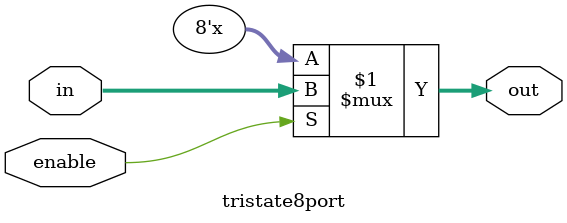
<source format=v>
`timescale 1ns / 1ps
/*
 * 8 port Tri-state buffer
 */

module tristate8port (
  input        enable,
  input  [7:0] in,  
  output [7:0] out  
);

  assign out = (enable) ? in : 8'bzzzzzzzz;
endmodule
</source>
